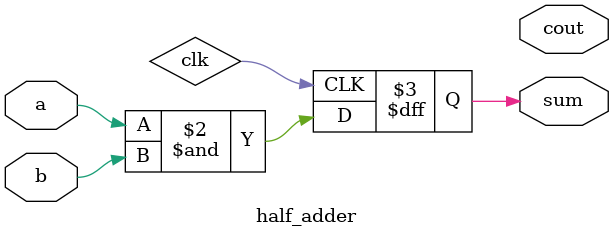
<source format=v>
module half_adder( 
input a, b,
output cout, sum );

wire sum;

always @(posedge clk)
begin
  sum <= a & b;
end

endmodule

</source>
